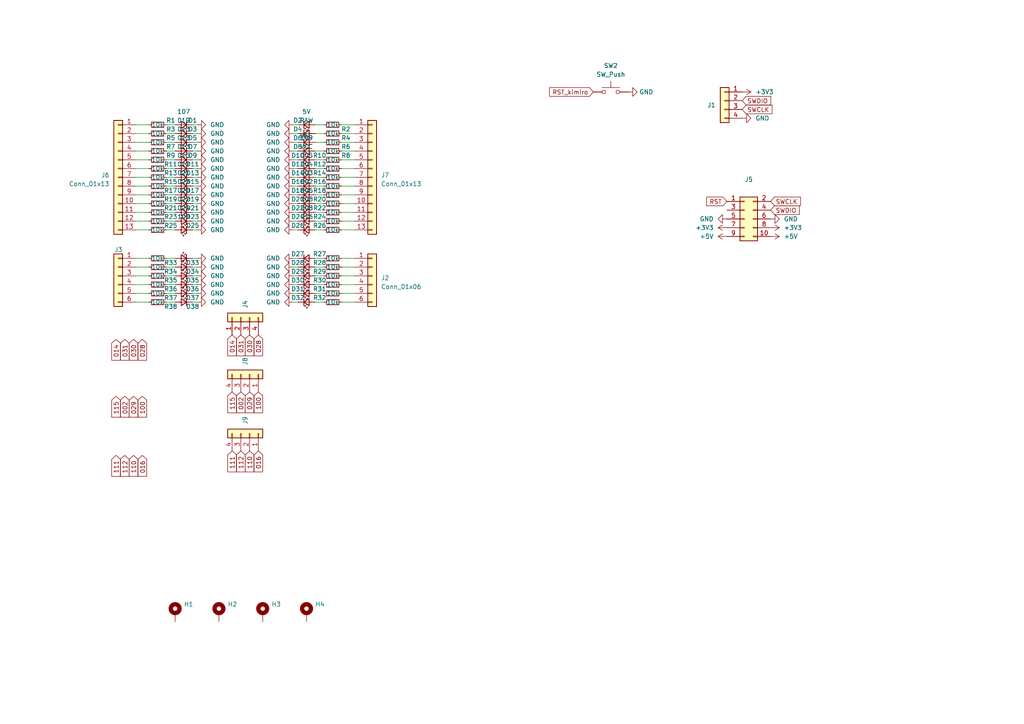
<source format=kicad_sch>
(kicad_sch (version 20230121) (generator eeschema)
  (paper "A4")
  (lib_symbols
    (symbol "Connector_Generic:Conn_01x04" (pin_names (offset 1.016) hide)
      (property "Reference" "J" (at 0 5.08 0))
      (property "Value" "Conn_01x04" (at 0 -7.62 0))
      (symbol "Conn_01x04_1_1"
        (rectangle (start -1.27 -4.953) (end 0 -5.207) (stroke (width 0.1524)))
        (rectangle (start -1.27 -2.413) (end 0 -2.667) (stroke (width 0.1524)))
        (rectangle (start -1.27 0.127) (end 0 -0.127) (stroke (width 0.1524)))
        (rectangle (start -1.27 2.667) (end 0 2.413) (stroke (width 0.1524)))
        (rectangle (start -1.27 3.81) (end 1.27 -6.35) (stroke (width 0.254)) (fill (type background)))
        (pin passive line (at -5.08 2.54 0) (length 3.81) (name "Pin_1") (number "1"))
        (pin passive line (at -5.08 0 0) (length 3.81) (name "Pin_2") (number "2"))
        (pin passive line (at -5.08 -2.54 0) (length 3.81) (name "Pin_3") (number "3"))
        (pin passive line (at -5.08 -5.08 0) (length 3.81) (name "Pin_4") (number "4"))
      )
    )
    (symbol "Connector_Generic:Conn_01x06" (pin_names (offset 1.016) hide)
      (property "Reference" "J" (at 0 7.62 0))
      (property "Value" "Conn_01x06" (at 0 -10.16 0))
      (symbol "Conn_01x06_1_1"
        (rectangle (start -1.27 -7.493) (end 0 -7.747) (stroke (width 0.1524)))
        (rectangle (start -1.27 -4.953) (end 0 -5.207) (stroke (width 0.1524)))
        (rectangle (start -1.27 -2.413) (end 0 -2.667) (stroke (width 0.1524)))
        (rectangle (start -1.27 0.127) (end 0 -0.127) (stroke (width 0.1524)))
        (rectangle (start -1.27 2.667) (end 0 2.413) (stroke (width 0.1524)))
        (rectangle (start -1.27 5.207) (end 0 4.953) (stroke (width 0.1524)))
        (rectangle (start -1.27 6.35) (end 1.27 -8.89) (stroke (width 0.254)) (fill (type background)))
        (pin passive line (at -5.08 5.08 0) (length 3.81) (name "Pin_1") (number "1"))
        (pin passive line (at -5.08 2.54 0) (length 3.81) (name "Pin_2") (number "2"))
        (pin passive line (at -5.08 0 0) (length 3.81) (name "Pin_3") (number "3"))
        (pin passive line (at -5.08 -2.54 0) (length 3.81) (name "Pin_4") (number "4"))
        (pin passive line (at -5.08 -5.08 0) (length 3.81) (name "Pin_5") (number "5"))
        (pin passive line (at -5.08 -7.62 0) (length 3.81) (name "Pin_6") (number "6"))
      )
    )
    (symbol "Connector_Generic:Conn_01x13" (pin_names (offset 1.016) hide)
      (property "Reference" "J" (at 0 17.78 0))
      (property "Value" "Conn_01x13" (at 0 -17.78 0))
      (symbol "Conn_01x13_1_1"
        (rectangle (start -1.27 -15.113) (end 0 -15.367) (stroke (width 0.1524)))
        (rectangle (start -1.27 -12.573) (end 0 -12.827) (stroke (width 0.1524)))
        (rectangle (start -1.27 -10.033) (end 0 -10.287) (stroke (width 0.1524)))
        (rectangle (start -1.27 -7.493) (end 0 -7.747) (stroke (width 0.1524)))
        (rectangle (start -1.27 -4.953) (end 0 -5.207) (stroke (width 0.1524)))
        (rectangle (start -1.27 -2.413) (end 0 -2.667) (stroke (width 0.1524)))
        (rectangle (start -1.27 0.127) (end 0 -0.127) (stroke (width 0.1524)))
        (rectangle (start -1.27 2.667) (end 0 2.413) (stroke (width 0.1524)))
        (rectangle (start -1.27 5.207) (end 0 4.953) (stroke (width 0.1524)))
        (rectangle (start -1.27 7.747) (end 0 7.493) (stroke (width 0.1524)))
        (rectangle (start -1.27 10.287) (end 0 10.033) (stroke (width 0.1524)))
        (rectangle (start -1.27 12.827) (end 0 12.573) (stroke (width 0.1524)))
        (rectangle (start -1.27 15.367) (end 0 15.113) (stroke (width 0.1524)))
        (rectangle (start -1.27 16.51) (end 1.27 -16.51) (stroke (width 0.254)) (fill (type background)))
        (pin passive line (at -5.08 15.24 0) (length 3.81) (name "Pin_1") (number "1"))
        (pin passive line (at -5.08 -7.62 0) (length 3.81) (name "Pin_10") (number "10"))
        (pin passive line (at -5.08 -10.16 0) (length 3.81) (name "Pin_11") (number "11"))
        (pin passive line (at -5.08 -12.7 0) (length 3.81) (name "Pin_12") (number "12"))
        (pin passive line (at -5.08 -15.24 0) (length 3.81) (name "Pin_13") (number "13"))
        (pin passive line (at -5.08 12.7 0) (length 3.81) (name "Pin_2") (number "2"))
        (pin passive line (at -5.08 10.16 0) (length 3.81) (name "Pin_3") (number "3"))
        (pin passive line (at -5.08 7.62 0) (length 3.81) (name "Pin_4") (number "4"))
        (pin passive line (at -5.08 5.08 0) (length 3.81) (name "Pin_5") (number "5"))
        (pin passive line (at -5.08 2.54 0) (length 3.81) (name "Pin_6") (number "6"))
        (pin passive line (at -5.08 0 0) (length 3.81) (name "Pin_7") (number "7"))
        (pin passive line (at -5.08 -2.54 0) (length 3.81) (name "Pin_8") (number "8"))
        (pin passive line (at -5.08 -5.08 0) (length 3.81) (name "Pin_9") (number "9"))
      )
    )
    (symbol "Connector_Generic:Conn_02x05_Odd_Even" (pin_names (offset 1.016) hide)
      (property "Reference" "J" (at 1.27 7.62 0))
      (property "Value" "Conn_02x05_Odd_Even" (at 1.27 -7.62 0))
      (symbol "Conn_02x05_Odd_Even_1_1"
        (rectangle (start -1.27 -4.953) (end 0 -5.207) (stroke (width 0.1524)))
        (rectangle (start -1.27 -2.413) (end 0 -2.667) (stroke (width 0.1524)))
        (rectangle (start -1.27 0.127) (end 0 -0.127) (stroke (width 0.1524)))
        (rectangle (start -1.27 2.667) (end 0 2.413) (stroke (width 0.1524)))
        (rectangle (start -1.27 5.207) (end 0 4.953) (stroke (width 0.1524)))
        (rectangle (start -1.27 6.35) (end 3.81 -6.35) (stroke (width 0.254)) (fill (type background)))
        (rectangle (start 3.81 -4.953) (end 2.54 -5.207) (stroke (width 0.1524)))
        (rectangle (start 3.81 -2.413) (end 2.54 -2.667) (stroke (width 0.1524)))
        (rectangle (start 3.81 0.127) (end 2.54 -0.127) (stroke (width 0.1524)))
        (rectangle (start 3.81 2.667) (end 2.54 2.413) (stroke (width 0.1524)))
        (rectangle (start 3.81 5.207) (end 2.54 4.953) (stroke (width 0.1524)))
        (pin passive line (at -5.08 5.08 0) (length 3.81) (name "Pin_1") (number "1"))
        (pin passive line (at 7.62 -5.08 180) (length 3.81) (name "Pin_10") (number "10"))
        (pin passive line (at 7.62 5.08 180) (length 3.81) (name "Pin_2") (number "2"))
        (pin passive line (at -5.08 2.54 0) (length 3.81) (name "Pin_3") (number "3"))
        (pin passive line (at 7.62 2.54 180) (length 3.81) (name "Pin_4") (number "4"))
        (pin passive line (at -5.08 0 0) (length 3.81) (name "Pin_5") (number "5"))
        (pin passive line (at 7.62 0 180) (length 3.81) (name "Pin_6") (number "6"))
        (pin passive line (at -5.08 -2.54 0) (length 3.81) (name "Pin_7") (number "7"))
        (pin passive line (at 7.62 -2.54 180) (length 3.81) (name "Pin_8") (number "8"))
        (pin passive line (at -5.08 -5.08 0) (length 3.81) (name "Pin_9") (number "9"))
      )
    )
    (symbol "Device:LED_Small" (pin_numbers hide) (pin_names (offset 0.254) hide)
      (property "Reference" "D" (at -1.27 3.175 0))
      (property "Value" "LED_Small" (at -4.445 -2.54 0))
      (symbol "LED_Small_0_1"
        (polyline (pts (xy -0.762 -1.016) (xy -0.762 1.016)) (stroke (width 0.254)))
        (polyline (pts (xy 1.016 0) (xy -0.762 0)))
        (polyline (pts (xy 0.762 -1.016) (xy -0.762 0) (xy 0.762 1.016) (xy 0.762 -1.016)) (stroke (width 0.254)))
        (polyline (pts (xy 0 0.762) (xy -0.508 1.27) (xy -0.254 1.27) (xy -0.508 1.27) (xy -0.508 1.016)))
        (polyline (pts (xy 0.508 1.27) (xy 0 1.778) (xy 0.254 1.778) (xy 0 1.778) (xy 0 1.524)))
      )
      (symbol "LED_Small_1_1"
        (pin passive line (at -2.54 0 0) (length 1.778) (name "K") (number "1"))
        (pin passive line (at 2.54 0 180) (length 1.778) (name "A") (number "2"))
      )
    )
    (symbol "Device:R_Small" (pin_numbers hide) (pin_names (offset 0.254) hide)
      (property "Reference" "R" (at 0.762 0.508 0))
      (property "Value" "R_Small" (at 0.762 -1.016 0))
      (symbol "R_Small_0_1"
        (rectangle (start -0.762 1.778) (end 0.762 -1.778) (stroke (width 0.2032)))
      )
      (symbol "R_Small_1_1"
        (pin passive line (at 0 2.54 270) (length 0.762) (name "~") (number "1"))
        (pin passive line (at 0 -2.54 90) (length 0.762) (name "~") (number "2"))
      )
    )
    (symbol "Mechanical:MountingHole_Pad" (pin_numbers hide) (pin_names (offset 1.016) hide)
      (property "Reference" "H" (at 0 6.35 0))
      (property "Value" "MountingHole_Pad" (at 0 4.445 0))
      (symbol "MountingHole_Pad_0_1"
        (circle (center 0 1.27) (radius 1.27) (stroke (width 1.27)))
      )
      (symbol "MountingHole_Pad_1_1"
        (pin input line (at 0 -2.54 90) (length 2.54) (name "1") (number "1"))
      )
    )
    (symbol "Switch:SW_Push" (pin_numbers hide) (pin_names (offset 1.016) hide)
      (property "Reference" "SW" (at 1.27 2.54 0))
      (property "Value" "SW_Push" (at 0 -1.524 0))
      (symbol "SW_Push_0_1"
        (circle (center -2.032 0) (radius 0.508))
        (polyline (pts (xy 0 1.27) (xy 0 3.048)))
        (polyline (pts (xy 2.54 1.27) (xy -2.54 1.27)))
        (circle (center 2.032 0) (radius 0.508))
        (pin passive line (at -5.08 0 0) (length 2.54) (name "1") (number "1"))
        (pin passive line (at 5.08 0 180) (length 2.54) (name "2") (number "2"))
      )
    )
    (symbol "power:+3.3V" (power) (pin_names (offset 0))
      (property "Value" "+3.3V" (at 0 3.556 0))
      (symbol "+3.3V_0_1"
        (polyline (pts (xy -0.762 1.27) (xy 0 2.54)))
        (polyline (pts (xy 0 0) (xy 0 2.54)))
        (polyline (pts (xy 0 2.54) (xy 0.762 1.27)))
      )
      (symbol "+3.3V_1_1"
        (pin power_in line (at 0 0 90) (length 0) hide (name "+3V3") (number "1"))
      )
    )
    (symbol "power:+5V" (power) (pin_names (offset 0))
      (property "Value" "+5V" (at 0 3.556 0))
      (symbol "+5V_0_1"
        (polyline (pts (xy -0.762 1.27) (xy 0 2.54)))
        (polyline (pts (xy 0 0) (xy 0 2.54)))
        (polyline (pts (xy 0 2.54) (xy 0.762 1.27)))
      )
      (symbol "+5V_1_1"
        (pin power_in line (at 0 0 90) (length 0) hide (name "+5V") (number "1"))
      )
    )
    (symbol "power:GND" (power) (pin_names (offset 0))
      (property "Value" "GND" (at 0 -3.81 0))
      (symbol "GND_0_1"
        (polyline (pts (xy 0 0) (xy 0 -1.27) (xy 1.27 -1.27) (xy 0 -2.54) (xy -1.27 -1.27) (xy 0 -1.27)))
      )
      (symbol "GND_1_1"
        (pin power_in line (at 0 0 270) (length 0) hide (name "GND") (number "1"))
      )
    )
  )
  (wire (pts (xy 102.87 56.515) (xy 99.06 56.515)))
  (wire (pts (xy 93.98 74.93) (xy 91.44 74.93)))
  (wire (pts (xy 85.09 51.435) (xy 86.36 51.435)))
  (wire (pts (xy 85.09 77.47) (xy 86.36 77.47)))
  (wire (pts (xy 99.06 36.195) (xy 102.87 36.195)))
  (wire (pts (xy 57.15 82.55) (xy 55.88 82.55)))
  (wire (pts (xy 57.15 61.595) (xy 55.88 61.595)))
  (wire (pts (xy 85.09 53.975) (xy 86.36 53.975)))
  (wire (pts (xy 102.87 74.93) (xy 99.06 74.93)))
  (wire (pts (xy 85.09 85.09) (xy 86.36 85.09)))
  (wire (pts (xy 48.26 82.55) (xy 50.8 82.55)))
  (wire (pts (xy 57.15 56.515) (xy 55.88 56.515)))
  (wire (pts (xy 39.37 61.595) (xy 43.18 61.595)))
  (wire (pts (xy 57.15 53.975) (xy 55.88 53.975)))
  (wire (pts (xy 93.98 59.055) (xy 91.44 59.055)))
  (wire (pts (xy 57.15 36.195) (xy 55.88 36.195)))
  (wire (pts (xy 48.26 59.055) (xy 50.8 59.055)))
  (wire (pts (xy 39.37 38.735) (xy 43.18 38.735)))
  (wire (pts (xy 57.15 87.63) (xy 55.88 87.63)))
  (wire (pts (xy 39.37 36.195) (xy 43.18 36.195)))
  (wire (pts (xy 48.26 66.675) (xy 50.8 66.675)))
  (wire (pts (xy 57.15 74.93) (xy 55.88 74.93)))
  (wire (pts (xy 39.37 87.63) (xy 43.18 87.63)))
  (wire (pts (xy 48.26 85.09) (xy 50.8 85.09)))
  (wire (pts (xy 102.87 61.595) (xy 99.06 61.595)))
  (wire (pts (xy 39.37 85.09) (xy 43.18 85.09)))
  (wire (pts (xy 39.37 41.275) (xy 43.18 41.275)))
  (wire (pts (xy 102.87 53.975) (xy 99.06 53.975)))
  (wire (pts (xy 85.09 43.815) (xy 86.36 43.815)))
  (wire (pts (xy 91.44 38.735) (xy 93.98 38.735)))
  (wire (pts (xy 57.15 80.01) (xy 55.88 80.01)))
  (wire (pts (xy 48.26 56.515) (xy 50.8 56.515)))
  (wire (pts (xy 48.26 36.195) (xy 50.8 36.195)))
  (wire (pts (xy 93.98 56.515) (xy 91.44 56.515)))
  (wire (pts (xy 91.44 43.815) (xy 93.98 43.815)))
  (wire (pts (xy 85.09 61.595) (xy 86.36 61.595)))
  (wire (pts (xy 93.98 82.55) (xy 91.44 82.55)))
  (wire (pts (xy 85.09 82.55) (xy 86.36 82.55)))
  (wire (pts (xy 93.98 64.135) (xy 91.44 64.135)))
  (wire (pts (xy 39.37 82.55) (xy 43.18 82.55)))
  (wire (pts (xy 93.98 53.975) (xy 91.44 53.975)))
  (wire (pts (xy 85.09 46.355) (xy 86.36 46.355)))
  (wire (pts (xy 39.37 51.435) (xy 43.18 51.435)))
  (wire (pts (xy 85.09 41.275) (xy 86.36 41.275)))
  (wire (pts (xy 48.26 87.63) (xy 50.8 87.63)))
  (wire (pts (xy 39.37 46.355) (xy 43.18 46.355)))
  (wire (pts (xy 102.87 59.055) (xy 99.06 59.055)))
  (wire (pts (xy 93.98 46.355) (xy 91.44 46.355)))
  (wire (pts (xy 57.15 46.355) (xy 55.88 46.355)))
  (wire (pts (xy 85.09 38.735) (xy 86.36 38.735)))
  (wire (pts (xy 85.09 66.675) (xy 86.36 66.675)))
  (wire (pts (xy 48.26 48.895) (xy 50.8 48.895)))
  (wire (pts (xy 39.37 56.515) (xy 43.18 56.515)))
  (wire (pts (xy 93.98 77.47) (xy 91.44 77.47)))
  (wire (pts (xy 57.15 48.895) (xy 55.88 48.895)))
  (wire (pts (xy 93.98 66.675) (xy 91.44 66.675)))
  (wire (pts (xy 48.26 43.815) (xy 50.8 43.815)))
  (wire (pts (xy 48.26 38.735) (xy 50.8 38.735)))
  (wire (pts (xy 99.06 43.815) (xy 102.87 43.815)))
  (wire (pts (xy 39.37 80.01) (xy 43.18 80.01)))
  (wire (pts (xy 57.15 51.435) (xy 55.88 51.435)))
  (wire (pts (xy 102.87 77.47) (xy 99.06 77.47)))
  (wire (pts (xy 91.44 36.195) (xy 93.98 36.195)))
  (wire (pts (xy 91.44 41.275) (xy 93.98 41.275)))
  (wire (pts (xy 99.06 38.735) (xy 102.87 38.735)))
  (wire (pts (xy 85.09 48.895) (xy 86.36 48.895)))
  (wire (pts (xy 57.15 85.09) (xy 55.88 85.09)))
  (wire (pts (xy 102.87 51.435) (xy 99.06 51.435)))
  (wire (pts (xy 102.87 80.01) (xy 99.06 80.01)))
  (wire (pts (xy 85.09 59.055) (xy 86.36 59.055)))
  (wire (pts (xy 99.06 41.275) (xy 102.87 41.275)))
  (wire (pts (xy 85.09 87.63) (xy 86.36 87.63)))
  (wire (pts (xy 85.09 36.195) (xy 86.36 36.195)))
  (wire (pts (xy 85.09 80.01) (xy 86.36 80.01)))
  (wire (pts (xy 48.26 53.975) (xy 50.8 53.975)))
  (wire (pts (xy 48.26 61.595) (xy 50.8 61.595)))
  (wire (pts (xy 57.15 38.735) (xy 55.88 38.735)))
  (wire (pts (xy 102.87 87.63) (xy 99.06 87.63)))
  (wire (pts (xy 48.26 64.135) (xy 50.8 64.135)))
  (wire (pts (xy 48.26 80.01) (xy 50.8 80.01)))
  (wire (pts (xy 57.15 59.055) (xy 55.88 59.055)))
  (wire (pts (xy 57.15 43.815) (xy 55.88 43.815)))
  (wire (pts (xy 93.98 51.435) (xy 91.44 51.435)))
  (wire (pts (xy 57.15 64.135) (xy 55.88 64.135)))
  (wire (pts (xy 39.37 66.675) (xy 43.18 66.675)))
  (wire (pts (xy 39.37 53.975) (xy 43.18 53.975)))
  (wire (pts (xy 93.98 48.895) (xy 91.44 48.895)))
  (wire (pts (xy 102.87 48.895) (xy 99.06 48.895)))
  (wire (pts (xy 93.98 85.09) (xy 91.44 85.09)))
  (wire (pts (xy 48.26 46.355) (xy 50.8 46.355)))
  (wire (pts (xy 57.15 66.675) (xy 55.88 66.675)))
  (wire (pts (xy 39.37 59.055) (xy 43.18 59.055)))
  (wire (pts (xy 57.15 77.47) (xy 55.88 77.47)))
  (wire (pts (xy 39.37 74.93) (xy 43.18 74.93)))
  (wire (pts (xy 57.15 41.275) (xy 55.88 41.275)))
  (wire (pts (xy 39.37 77.47) (xy 43.18 77.47)))
  (wire (pts (xy 93.98 80.01) (xy 91.44 80.01)))
  (wire (pts (xy 93.98 87.63) (xy 91.44 87.63)))
  (wire (pts (xy 102.87 85.09) (xy 99.06 85.09)))
  (wire (pts (xy 85.09 56.515) (xy 86.36 56.515)))
  (wire (pts (xy 102.87 46.355) (xy 99.06 46.355)))
  (wire (pts (xy 39.37 64.135) (xy 43.18 64.135)))
  (wire (pts (xy 85.09 74.93) (xy 86.36 74.93)))
  (wire (pts (xy 102.87 64.135) (xy 99.06 64.135)))
  (wire (pts (xy 48.26 77.47) (xy 50.8 77.47)))
  (wire (pts (xy 102.87 82.55) (xy 99.06 82.55)))
  (wire (pts (xy 48.26 74.93) (xy 50.8 74.93)))
  (wire (pts (xy 102.87 66.675) (xy 99.06 66.675)))
  (wire (pts (xy 39.37 43.815) (xy 43.18 43.815)))
  (wire (pts (xy 48.26 41.275) (xy 50.8 41.275)))
  (wire (pts (xy 85.09 64.135) (xy 86.36 64.135)))
  (wire (pts (xy 48.26 51.435) (xy 50.8 51.435)))
  (wire (pts (xy 39.37 48.895) (xy 43.18 48.895)))
  (wire (pts (xy 93.98 61.595) (xy 91.44 61.595)))
  (global_label "002" (shape input) (at 69.85 113.665 270) (property "Intersheetrefs" "${INTERSHEET_REFS}" (effects hide)))
  (global_label "028" (shape input) (at 74.93 97.155 270) (property "Intersheetrefs" "${INTERSHEET_REFS}" (effects hide)))
  (global_label "RST" (shape input) (at 210.82 58.42 180) (property "Intersheetrefs" "${INTERSHEET_REFS}" (effects hide)))
  (global_label "028" (shape input) (at 41.275 98.425 270) (property "Intersheetrefs" "${INTERSHEET_REFS}" (effects hide)))
  (global_label "SWCLK" (shape input) (at 223.52 58.42 0) (property "Intersheetrefs" "${INTERSHEET_REFS}" (effects hide)))
  (global_label "014" (shape input) (at 67.31 97.155 270) (property "Intersheetrefs" "${INTERSHEET_REFS}" (effects hide)))
  (global_label "030" (shape input) (at 72.39 97.155 270) (property "Intersheetrefs" "${INTERSHEET_REFS}" (effects hide)))
  (global_label "014" (shape input) (at 33.655 98.425 270) (property "Intersheetrefs" "${INTERSHEET_REFS}" (effects hide)))
  (global_label "110" (shape input) (at 72.39 130.81 270) (property "Intersheetrefs" "${INTERSHEET_REFS}" (effects hide)))
  (global_label "002" (shape input) (at 36.195 114.935 270) (property "Intersheetrefs" "${INTERSHEET_REFS}" (effects hide)))
  (global_label "SWDIO" (shape input) (at 215.265 29.21 0) (property "Intersheetrefs" "${INTERSHEET_REFS}" (effects hide)))
  (global_label "110" (shape input) (at 38.735 132.08 270) (property "Intersheetrefs" "${INTERSHEET_REFS}" (effects hide)))
  (global_label "SWCLK" (shape input) (at 215.265 31.75 0) (property "Intersheetrefs" "${INTERSHEET_REFS}" (effects hide)))
  (global_label "RST_kimiro" (shape input) (at 172.085 26.67 180) (property "Intersheetrefs" "${INTERSHEET_REFS}" (effects hide)))
  (global_label "111" (shape input) (at 67.31 130.81 270) (property "Intersheetrefs" "${INTERSHEET_REFS}" (effects hide)))
  (global_label "016" (shape input) (at 41.275 132.08 270) (property "Intersheetrefs" "${INTERSHEET_REFS}" (effects hide)))
  (global_label "SWDIO" (shape input) (at 223.52 60.96 0) (property "Intersheetrefs" "${INTERSHEET_REFS}" (effects hide)))
  (global_label "115" (shape input) (at 33.655 114.935 270) (property "Intersheetrefs" "${INTERSHEET_REFS}" (effects hide)))
  (global_label "031" (shape input) (at 36.195 98.425 270) (property "Intersheetrefs" "${INTERSHEET_REFS}" (effects hide)))
  (global_label "111" (shape input) (at 33.655 132.08 270) (property "Intersheetrefs" "${INTERSHEET_REFS}" (effects hide)))
  (global_label "100" (shape input) (at 41.275 114.935 270) (property "Intersheetrefs" "${INTERSHEET_REFS}" (effects hide)))
  (global_label "031" (shape input) (at 69.85 97.155 270) (property "Intersheetrefs" "${INTERSHEET_REFS}" (effects hide)))
  (global_label "115" (shape input) (at 67.31 113.665 270) (property "Intersheetrefs" "${INTERSHEET_REFS}" (effects hide)))
  (global_label "112" (shape input) (at 69.85 130.81 270) (property "Intersheetrefs" "${INTERSHEET_REFS}" (effects hide)))
  (global_label "016" (shape input) (at 74.93 130.81 270) (property "Intersheetrefs" "${INTERSHEET_REFS}" (effects hide)))
  (global_label "100" (shape input) (at 74.93 113.665 270) (property "Intersheetrefs" "${INTERSHEET_REFS}" (effects hide)))
  (global_label "030" (shape input) (at 38.735 98.425 270) (property "Intersheetrefs" "${INTERSHEET_REFS}" (effects hide)))
  (global_label "029" (shape input) (at 72.39 113.665 270) (property "Intersheetrefs" "${INTERSHEET_REFS}" (effects hide)))
  (global_label "029" (shape input) (at 38.735 114.935 270) (property "Intersheetrefs" "${INTERSHEET_REFS}" (effects hide)))
  (global_label "112" (shape input) (at 36.195 132.08 270) (property "Intersheetrefs" "${INTERSHEET_REFS}" (effects hide)))
  (symbol (lib_id "Device:R_Small") (at 96.52 66.675 270) (mirror x) (unit 1)
    (property "Reference" "R26" (at 92.71 65.405 90))
    (property "Value" "10k" (at 96.52 66.675 90))
    (property "Footprint" "Library:R_0603_1608Metric_Pad0.98x0.95mm_HandSolder" (effects hide))
  )
  (symbol (lib_id "Device:R_Small") (at 45.72 38.735 90) (unit 1)
    (property "Reference" "R3" (at 49.53 37.465 90))
    (property "Value" "10k" (at 45.72 38.735 90))
    (property "Footprint" "Library:R_0603_1608Metric_Pad0.98x0.95mm_HandSolder" (effects hide))
  )
  (symbol (lib_id "Device:R_Small") (at 96.52 41.275 90) (mirror x) (unit 1)
    (property "Reference" "R6" (at 100.33 42.545 90))
    (property "Value" "10k" (at 96.52 41.275 90))
    (property "Footprint" "Library:R_0603_1608Metric_Pad0.98x0.95mm_HandSolder" (effects hide))
  )
  (symbol (lib_id "power:GND") (at 57.15 77.47 90) (mirror x) (unit 1)
    (property "Reference" "#PWR042" (effects hide))
    (property "Value" "GND" (at 60.96 77.4701 90) (effects (justify right)))
  )
  (symbol (lib_id "power:GND") (at 57.15 66.675 90) (unit 1)
    (property "Reference" "#PWR033" (effects hide))
    (property "Value" "GND" (at 60.96 66.6749 90) (effects (justify right)))
  )
  (symbol (lib_id "Device:R_Small") (at 96.52 48.895 270) (mirror x) (unit 1)
    (property "Reference" "R12" (at 92.71 47.625 90))
    (property "Value" "10k" (at 96.52 48.895 90))
    (property "Footprint" "Library:R_0603_1608Metric_Pad0.98x0.95mm_HandSolder" (effects hide))
  )
  (symbol (lib_id "Connector_Generic:Conn_01x04") (at 72.39 125.73 270) (mirror x) (unit 1)
    (property "Reference" "J9" (at 71.12 121.92 0))
    (property "Value" " " (at 78.74 125.73 0))
    (property "Footprint" "Library:PinHeader_1x04_P2.54mm_Vertical_P75-B1" (effects hide))
  )
  (symbol (lib_id "power:GND") (at 57.15 43.815 90) (unit 1)
    (property "Reference" "#PWR010" (effects hide))
    (property "Value" "GND" (at 60.96 43.8149 90) (effects (justify right)))
  )
  (symbol (lib_id "Device:LED_Small") (at 88.9 66.675 0) (mirror x) (unit 1)
    (property "Reference" "D26" (at 86.36 65.405 0))
    (property "Value" "016" (at 88.9635 62.865 0))
    (property "Footprint" "Library:LED_0603_1608Metric_Pad1.05x0.95mm_HandSolder" (effects hide))
  )
  (symbol (lib_id "power:GND") (at 85.09 74.93 270) (mirror x) (unit 1)
    (property "Reference" "#PWR02" (effects hide))
    (property "Value" "GND" (at 81.28 74.9299 90) (effects (justify right)))
  )
  (symbol (lib_id "power:GND") (at 85.09 66.675 270) (mirror x) (unit 1)
    (property "Reference" "#PWR034" (effects hide))
    (property "Value" "GND" (at 81.28 66.6749 90) (effects (justify right)))
  )
  (symbol (lib_id "Device:R_Small") (at 45.72 41.275 90) (unit 1)
    (property "Reference" "R5" (at 49.53 40.005 90))
    (property "Value" "10k" (at 45.72 41.275 90))
    (property "Footprint" "Library:R_0603_1608Metric_Pad0.98x0.95mm_HandSolder" (effects hide))
  )
  (symbol (lib_id "Device:LED_Small") (at 53.34 80.01 0) (mirror y) (unit 1)
    (property "Reference" "D35" (at 55.88 81.28 0))
    (property "Value" " " (at 53.2765 83.82 0))
    (property "Footprint" "Library:LED_0603_1608Metric_Pad1.05x0.95mm_HandSolder" (effects hide))
  )
  (symbol (lib_id "Device:R_Small") (at 96.52 61.595 270) (mirror x) (unit 1)
    (property "Reference" "R22" (at 92.71 60.325 90))
    (property "Value" "10k" (at 96.52 61.595 90))
    (property "Footprint" "Library:R_0603_1608Metric_Pad0.98x0.95mm_HandSolder" (effects hide))
  )
  (symbol (lib_id "power:GND") (at 57.15 61.595 90) (unit 1)
    (property "Reference" "#PWR025" (effects hide))
    (property "Value" "GND" (at 60.96 61.5949 90) (effects (justify right)))
  )
  (symbol (lib_id "Mechanical:MountingHole_Pad") (at 88.9 177.8 0) (unit 1)
    (property "Reference" "H4" (at 91.44 175.2599 0) (effects (justify left)))
    (property "Value" " " (at 91.44 177.7999 0) (effects (justify left)))
    (property "Footprint" "MountingHole:MountingHole_3.2mm_M3_Pad_Via" (effects hide))
  )
  (symbol (lib_id "Device:R_Small") (at 45.72 64.135 90) (unit 1)
    (property "Reference" "R23" (at 49.53 62.865 90))
    (property "Value" "10k" (at 45.72 64.135 90))
    (property "Footprint" "Library:R_0603_1608Metric_Pad0.98x0.95mm_HandSolder" (effects hide))
  )
  (symbol (lib_id "Device:R_Small") (at 45.72 85.09 90) (mirror x) (unit 1)
    (property "Reference" "R37" (at 49.53 86.36 90))
    (property "Value" "10k" (at 45.72 85.09 90))
    (property "Footprint" "Library:R_0603_1608Metric_Pad0.98x0.95mm_HandSolder" (effects hide))
  )
  (symbol (lib_id "Device:LED_Small") (at 88.9 59.055 0) (mirror x) (unit 1)
    (property "Reference" "D20" (at 86.36 57.785 0))
    (property "Value" "006" (at 88.9635 55.245 0))
    (property "Footprint" "Library:LED_0603_1608Metric_Pad1.05x0.95mm_HandSolder" (effects hide))
  )
  (symbol (lib_id "power:GND") (at 85.09 82.55 270) (mirror x) (unit 1)
    (property "Reference" "#PWR038" (effects hide))
    (property "Value" "GND" (at 81.28 82.5499 90) (effects (justify right)))
  )
  (symbol (lib_id "Device:LED_Small") (at 88.9 48.895 0) (mirror x) (unit 1)
    (property "Reference" "D12" (at 86.36 47.625 0))
    (property "Value" "005" (at 88.9 45.085 0))
    (property "Footprint" "Library:LED_0603_1608Metric_Pad1.05x0.95mm_HandSolder" (effects hide))
  )
  (symbol (lib_id "Device:R_Small") (at 96.52 64.135 270) (mirror x) (unit 1)
    (property "Reference" "R24" (at 92.71 62.865 90))
    (property "Value" "10k" (at 96.52 64.135 90))
    (property "Footprint" "Library:R_0603_1608Metric_Pad0.98x0.95mm_HandSolder" (effects hide))
  )
  (symbol (lib_id "power:GND") (at 57.15 74.93 90) (mirror x) (unit 1)
    (property "Reference" "#PWR041" (effects hide))
    (property "Value" "GND" (at 60.96 74.9301 90) (effects (justify right)))
  )
  (symbol (lib_id "Device:R_Small") (at 96.52 51.435 270) (mirror x) (unit 1)
    (property "Reference" "R14" (at 92.71 50.165 90))
    (property "Value" "10k" (at 96.52 51.435 90))
    (property "Footprint" "Library:R_0603_1608Metric_Pad0.98x0.95mm_HandSolder" (effects hide))
  )
  (symbol (lib_id "Device:R_Small") (at 45.72 80.01 90) (mirror x) (unit 1)
    (property "Reference" "R35" (at 49.53 81.28 90))
    (property "Value" "10k" (at 45.72 80.01 90))
    (property "Footprint" "Library:R_0603_1608Metric_Pad0.98x0.95mm_HandSolder" (effects hide))
  )
  (symbol (lib_id "power:+5V") (at 223.52 68.58 270) (unit 1)
    (property "Reference" "#PWR036" (effects hide))
    (property "Value" "+5V" (at 227.33 68.5799 90) (effects (justify left)))
  )
  (symbol (lib_id "Device:LED_Small") (at 88.9 38.735 0) (mirror x) (unit 1)
    (property "Reference" "D4" (at 86.36 37.465 0))
    (property "Value" "RAW" (at 88.9 34.925 0))
    (property "Footprint" "Library:LED_0603_1608Metric_Pad1.05x0.95mm_HandSolder" (effects hide))
  )
  (symbol (lib_id "power:GND") (at 85.09 46.355 270) (mirror x) (unit 1)
    (property "Reference" "#PWR013" (effects hide))
    (property "Value" "GND" (at 81.28 46.3549 90) (effects (justify right)))
  )
  (symbol (lib_id "Device:R_Small") (at 45.72 56.515 90) (unit 1)
    (property "Reference" "R17" (at 49.53 55.245 90))
    (property "Value" "10k" (at 45.72 56.515 90))
    (property "Footprint" "Library:R_0603_1608Metric_Pad0.98x0.95mm_HandSolder" (effects hide))
  )
  (symbol (lib_id "Connector_Generic:Conn_01x13") (at 107.95 51.435 0) (unit 1)
    (property "Reference" "J7" (at 110.49 50.8 0) (effects (justify left)))
    (property "Value" "Conn_01x13" (at 110.49 53.34 0) (effects (justify left)))
    (property "Footprint" "Library:PinHeader_1x13_P2.54mm_Vertical" (effects hide))
  )
  (symbol (lib_id "power:GND") (at 57.15 48.895 90) (unit 1)
    (property "Reference" "#PWR014" (effects hide))
    (property "Value" "GND" (at 60.96 48.8949 90) (effects (justify right)))
  )
  (symbol (lib_id "Connector_Generic:Conn_01x06") (at 107.95 80.01 0) (unit 1)
    (property "Reference" "J2" (at 110.49 80.645 0) (effects (justify left)))
    (property "Value" "Conn_01x06" (at 110.49 83.185 0) (effects (justify left)))
    (property "Footprint" "Library:PinHeader_1x06_P2.54mm_Vertical" (effects hide))
  )
  (symbol (lib_id "Device:LED_Small") (at 53.34 53.975 180) (unit 1)
    (property "Reference" "D15" (at 55.88 52.705 0))
    (property "Value" "021" (at 53.2765 50.165 0))
    (property "Footprint" "Library:LED_0603_1608Metric_Pad1.05x0.95mm_HandSolder" (effects hide))
  )
  (symbol (lib_id "power:GND") (at 85.09 48.895 270) (mirror x) (unit 1)
    (property "Reference" "#PWR015" (effects hide))
    (property "Value" "GND" (at 81.28 48.8949 90) (effects (justify right)))
  )
  (symbol (lib_id "Device:R_Small") (at 96.52 82.55 270) (mirror x) (unit 1)
    (property "Reference" "R30" (at 92.71 81.28 90))
    (property "Value" "10k" (at 96.52 82.55 90))
    (property "Footprint" "Library:R_0603_1608Metric_Pad0.98x0.95mm_HandSolder" (effects hide))
  )
  (symbol (lib_id "power:GND") (at 223.52 63.5 90) (unit 1)
    (property "Reference" "#PWR028" (effects hide))
    (property "Value" "GND" (at 227.33 63.4999 90) (effects (justify right)))
  )
  (symbol (lib_id "Device:R_Small") (at 45.72 59.055 90) (unit 1)
    (property "Reference" "R19" (at 49.53 57.785 90))
    (property "Value" "10k" (at 45.72 59.055 90))
    (property "Footprint" "Library:R_0603_1608Metric_Pad0.98x0.95mm_HandSolder" (effects hide))
  )
  (symbol (lib_id "Device:LED_Small") (at 53.34 56.515 180) (unit 1)
    (property "Reference" "D17" (at 55.88 55.245 0))
    (property "Value" "023" (at 53.2765 52.705 0))
    (property "Footprint" "Library:LED_0603_1608Metric_Pad1.05x0.95mm_HandSolder" (effects hide))
  )
  (symbol (lib_id "Device:LED_Small") (at 88.9 61.595 0) (mirror x) (unit 1)
    (property "Reference" "D22" (at 86.36 60.325 0))
    (property "Value" "108" (at 88.9635 57.785 0))
    (property "Footprint" "Library:LED_0603_1608Metric_Pad1.05x0.95mm_HandSolder" (effects hide))
  )
  (symbol (lib_id "power:GND") (at 57.15 85.09 90) (mirror x) (unit 1)
    (property "Reference" "#PWR045" (effects hide))
    (property "Value" "GND" (at 60.96 85.0901 90) (effects (justify right)))
  )
  (symbol (lib_id "Device:R_Small") (at 96.52 38.735 90) (mirror x) (unit 1)
    (property "Reference" "R4" (at 100.33 40.005 90))
    (property "Value" "10k" (at 96.52 38.735 90))
    (property "Footprint" "Library:R_0603_1608Metric_Pad0.98x0.95mm_HandSolder" (effects hide))
  )
  (symbol (lib_id "Device:LED_Small") (at 53.34 87.63 0) (mirror y) (unit 1)
    (property "Reference" "D38" (at 55.88 88.9 0))
    (property "Value" " " (at 53.2765 91.44 0))
    (property "Footprint" "Library:LED_0603_1608Metric_Pad1.05x0.95mm_HandSolder" (effects hide))
  )
  (symbol (lib_id "power:GND") (at 57.15 64.135 90) (unit 1)
    (property "Reference" "#PWR029" (effects hide))
    (property "Value" "GND" (at 60.96 64.1349 90) (effects (justify right)))
  )
  (symbol (lib_id "power:GND") (at 85.09 59.055 270) (mirror x) (unit 1)
    (property "Reference" "#PWR024" (effects hide))
    (property "Value" "GND" (at 81.28 59.0549 90) (effects (justify right)))
  )
  (symbol (lib_id "power:GND") (at 85.09 36.195 270) (unit 1)
    (property "Reference" "#PWR05" (effects hide))
    (property "Value" "GND" (at 81.28 36.1951 90) (effects (justify right)))
  )
  (symbol (lib_id "Device:R_Small") (at 96.52 80.01 270) (mirror x) (unit 1)
    (property "Reference" "R29" (at 92.71 78.74 90))
    (property "Value" "10k" (at 96.52 80.01 90))
    (property "Footprint" "Library:R_0603_1608Metric_Pad0.98x0.95mm_HandSolder" (effects hide))
  )
  (symbol (lib_id "power:GND") (at 57.15 41.275 90) (unit 1)
    (property "Reference" "#PWR08" (effects hide))
    (property "Value" "GND" (at 60.96 41.2749 90) (effects (justify right)))
  )
  (symbol (lib_id "power:GND") (at 57.15 82.55 90) (mirror x) (unit 1)
    (property "Reference" "#PWR044" (effects hide))
    (property "Value" "GND" (at 60.96 82.5501 90) (effects (justify right)))
  )
  (symbol (lib_id "power:GND") (at 85.09 64.135 270) (mirror x) (unit 1)
    (property "Reference" "#PWR030" (effects hide))
    (property "Value" "GND" (at 81.28 64.1349 90) (effects (justify right)))
  )
  (symbol (lib_id "power:GND") (at 85.09 51.435 270) (mirror x) (unit 1)
    (property "Reference" "#PWR017" (effects hide))
    (property "Value" "GND" (at 81.28 51.4349 90) (effects (justify right)))
  )
  (symbol (lib_id "power:+3.3V") (at 223.52 66.04 270) (unit 1)
    (property "Reference" "#PWR032" (effects hide))
    (property "Value" "+3.3V" (at 227.33 66.0399 90) (effects (justify left)))
  )
  (symbol (lib_id "Connector_Generic:Conn_01x06") (at 34.29 80.01 0) (mirror y) (unit 1)
    (property "Reference" "J3" (at 35.56 72.39 0) (effects (justify left)))
    (property "Value" " " (at 24.13 82.55 0) (effects (justify left)))
    (property "Footprint" "Library:PinHeader_1x06_P2.54mm_Vertical" (effects hide))
  )
  (symbol (lib_id "Device:LED_Small") (at 88.9 82.55 0) (mirror x) (unit 1)
    (property "Reference" "D30" (at 86.36 81.28 0))
    (property "Value" " " (at 88.9635 78.74 0))
    (property "Footprint" "Library:LED_0603_1608Metric_Pad1.05x0.95mm_HandSolder" (effects hide))
  )
  (symbol (lib_id "Device:R_Small") (at 96.52 74.93 270) (mirror x) (unit 1)
    (property "Reference" "R27" (at 92.71 73.66 90))
    (property "Value" "10k" (at 96.52 74.93 90))
    (property "Footprint" "Library:R_0603_1608Metric_Pad0.98x0.95mm_HandSolder" (effects hide))
  )
  (symbol (lib_id "Device:R_Small") (at 96.52 59.055 270) (mirror x) (unit 1)
    (property "Reference" "R20" (at 92.71 57.785 90))
    (property "Value" "10k" (at 96.52 59.055 90))
    (property "Footprint" "Library:R_0603_1608Metric_Pad0.98x0.95mm_HandSolder" (effects hide))
  )
  (symbol (lib_id "Mechanical:MountingHole_Pad") (at 50.8 177.8 0) (unit 1)
    (property "Reference" "H1" (at 53.34 175.2599 0) (effects (justify left)))
    (property "Value" " " (at 53.34 177.7999 0) (effects (justify left)))
    (property "Footprint" "MountingHole:MountingHole_3.2mm_M3_Pad_Via" (effects hide))
  )
  (symbol (lib_id "Device:R_Small") (at 45.72 36.195 90) (unit 1)
    (property "Reference" "R1" (at 49.53 34.925 90))
    (property "Value" "10k" (at 45.72 36.195 90))
    (property "Footprint" "Library:R_0603_1608Metric_Pad0.98x0.95mm_HandSolder" (effects hide))
  )
  (symbol (lib_id "Connector_Generic:Conn_02x05_Odd_Even") (at 215.9 63.5 0) (unit 1)
    (property "Reference" "J5" (at 217.17 52.07 0))
    (property "Value" " " (at 217.17 54.61 0))
    (property "Footprint" "Connector_IDC:IDC-Header_2x05_P2.54mm_Horizontal" (effects hide))
  )
  (symbol (lib_id "Device:LED_Small") (at 88.9 36.195 0) (mirror x) (unit 1)
    (property "Reference" "D2" (at 86.36 34.925 0))
    (property "Value" "5V" (at 88.9 32.385 0))
    (property "Footprint" "Library:LED_0603_1608Metric_Pad1.05x0.95mm_HandSolder" (effects hide))
  )
  (symbol (lib_id "Switch:SW_Push") (at 177.165 26.67 0) (unit 1)
    (property "Reference" "SW2" (at 177.165 19.05 0))
    (property "Value" "SW_Push" (at 177.165 21.59 0))
    (property "Footprint" "Button_Switch_SMD:SW_SPST_TL3342" (effects hide))
  )
  (symbol (lib_id "Device:R_Small") (at 45.72 43.815 90) (unit 1)
    (property "Reference" "R7" (at 49.53 42.545 90))
    (property "Value" "10k" (at 45.72 43.815 90))
    (property "Footprint" "Library:R_0603_1608Metric_Pad0.98x0.95mm_HandSolder" (effects hide))
  )
  (symbol (lib_id "power:GND") (at 85.09 38.735 270) (unit 1)
    (property "Reference" "#PWR07" (effects hide))
    (property "Value" "GND" (at 81.28 38.7351 90) (effects (justify right)))
  )
  (symbol (lib_id "Device:R_Small") (at 45.72 48.895 90) (unit 1)
    (property "Reference" "R11" (at 49.53 47.625 90))
    (property "Value" "10k" (at 45.72 48.895 90))
    (property "Footprint" "Library:R_0603_1608Metric_Pad0.98x0.95mm_HandSolder" (effects hide))
  )
  (symbol (lib_id "Connector_Generic:Conn_01x04") (at 72.39 108.585 270) (mirror x) (unit 1)
    (property "Reference" "J8" (at 71.12 104.775 0))
    (property "Value" " " (at 78.74 108.585 0))
    (property "Footprint" "Library:PinHeader_1x04_P2.54mm_Vertical_P75-B1" (effects hide))
  )
  (symbol (lib_id "Device:R_Small") (at 96.52 46.355 270) (mirror x) (unit 1)
    (property "Reference" "R10" (at 92.71 45.085 90))
    (property "Value" "10k" (at 96.52 46.355 90))
    (property "Footprint" "Library:R_0603_1608Metric_Pad0.98x0.95mm_HandSolder" (effects hide))
  )
  (symbol (lib_id "power:GND") (at 57.15 36.195 90) (unit 1)
    (property "Reference" "#PWR04" (effects hide))
    (property "Value" "GND" (at 60.96 36.1949 90) (effects (justify right)))
  )
  (symbol (lib_id "Mechanical:MountingHole_Pad") (at 63.5 177.8 0) (unit 1)
    (property "Reference" "H2" (at 66.04 175.2599 0) (effects (justify left)))
    (property "Value" " " (at 66.04 177.7999 0) (effects (justify left)))
    (property "Footprint" "MountingHole:MountingHole_3.2mm_M3_Pad_Via" (effects hide))
  )
  (symbol (lib_id "Device:R_Small") (at 96.52 36.195 90) (mirror x) (unit 1)
    (property "Reference" "R2" (at 100.33 37.465 90))
    (property "Value" "10k" (at 96.52 36.195 90))
    (property "Footprint" "Library:R_0603_1608Metric_Pad0.98x0.95mm_HandSolder" (effects hide))
  )
  (symbol (lib_id "Device:LED_Small") (at 88.9 46.355 0) (mirror x) (unit 1)
    (property "Reference" "D10" (at 86.36 45.085 0))
    (property "Value" "VCC" (at 88.9 42.545 0))
    (property "Footprint" "Library:LED_0603_1608Metric_Pad1.05x0.95mm_HandSolder" (effects hide))
  )
  (symbol (lib_id "Device:R_Small") (at 96.52 43.815 90) (mirror x) (unit 1)
    (property "Reference" "R8" (at 100.33 45.085 90))
    (property "Value" "10k" (at 96.52 43.815 90))
    (property "Footprint" "Library:R_0603_1608Metric_Pad0.98x0.95mm_HandSolder" (effects hide))
  )
  (symbol (lib_id "Device:LED_Small") (at 88.9 80.01 0) (mirror x) (unit 1)
    (property "Reference" "D29" (at 86.36 78.74 0))
    (property "Value" " " (at 88.9635 76.2 0))
    (property "Footprint" "Library:LED_0603_1608Metric_Pad1.05x0.95mm_HandSolder" (effects hide))
  )
  (symbol (lib_id "power:GND") (at 57.15 87.63 90) (mirror x) (unit 1)
    (property "Reference" "#PWR046" (effects hide))
    (property "Value" "GND" (at 60.96 87.6301 90) (effects (justify right)))
  )
  (symbol (lib_id "Device:LED_Small") (at 53.34 48.895 180) (unit 1)
    (property "Reference" "D11" (at 55.88 47.625 0))
    (property "Value" "015" (at 53.2765 45.085 0))
    (property "Footprint" "Library:LED_0603_1608Metric_Pad1.05x0.95mm_HandSolder" (effects hide))
  )
  (symbol (lib_id "Device:LED_Small") (at 53.34 85.09 0) (mirror y) (unit 1)
    (property "Reference" "D37" (at 55.88 86.36 0))
    (property "Value" " " (at 53.2765 88.9 0))
    (property "Footprint" "Library:LED_0603_1608Metric_Pad1.05x0.95mm_HandSolder" (effects hide))
  )
  (symbol (lib_id "power:GND") (at 57.15 51.435 90) (unit 1)
    (property "Reference" "#PWR016" (effects hide))
    (property "Value" "GND" (at 60.96 51.4349 90) (effects (justify right)))
  )
  (symbol (lib_id "Connector_Generic:Conn_01x13") (at 34.29 51.435 0) (mirror y) (unit 1)
    (property "Reference" "J6" (at 31.75 50.8 0) (effects (justify left)))
    (property "Value" "Conn_01x13" (at 31.75 53.34 0) (effects (justify left)))
    (property "Footprint" "Library:PinHeader_1x13_P2.54mm_Vertical" (effects hide))
  )
  (symbol (lib_id "Device:LED_Small") (at 53.34 41.275 180) (unit 1)
    (property "Reference" "D5" (at 55.88 40.005 0))
    (property "Value" "013" (at 53.2765 37.465 0))
    (property "Footprint" "Library:LED_0603_1608Metric_Pad1.05x0.95mm_HandSolder" (effects hide))
  )
  (symbol (lib_id "power:GND") (at 57.15 56.515 90) (unit 1)
    (property "Reference" "#PWR021" (effects hide))
    (property "Value" "GND" (at 60.96 56.5149 90) (effects (justify right)))
  )
  (symbol (lib_id "Device:R_Small") (at 96.52 85.09 270) (mirror x) (unit 1)
    (property "Reference" "R31" (at 92.71 83.82 90))
    (property "Value" "10k" (at 96.52 85.09 90))
    (property "Footprint" "Library:R_0603_1608Metric_Pad0.98x0.95mm_HandSolder" (effects hide))
  )
  (symbol (lib_id "Device:R_Small") (at 45.72 46.355 90) (unit 1)
    (property "Reference" "R9" (at 49.53 45.085 90))
    (property "Value" "10k" (at 45.72 46.355 90))
    (property "Footprint" "Library:R_0603_1608Metric_Pad0.98x0.95mm_HandSolder" (effects hide))
  )
  (symbol (lib_id "Device:LED_Small") (at 53.34 36.195 180) (unit 1)
    (property "Reference" "D1" (at 55.88 34.925 0))
    (property "Value" "107" (at 53.2765 32.385 0))
    (property "Footprint" "Library:LED_0603_1608Metric_Pad1.05x0.95mm_HandSolder" (effects hide))
  )
  (symbol (lib_id "power:GND") (at 85.09 43.815 270) (unit 1)
    (property "Reference" "#PWR011" (effects hide))
    (property "Value" "GND" (at 81.28 43.8151 90) (effects (justify right)))
  )
  (symbol (lib_id "power:GND") (at 85.09 80.01 270) (mirror x) (unit 1)
    (property "Reference" "#PWR037" (effects hide))
    (property "Value" "GND" (at 81.28 80.0099 90) (effects (justify right)))
  )
  (symbol (lib_id "Device:LED_Small") (at 53.34 43.815 180) (unit 1)
    (property "Reference" "D7" (at 55.88 42.545 0))
    (property "Value" "013" (at 53.2765 40.005 0))
    (property "Footprint" "Library:LED_0603_1608Metric_Pad1.05x0.95mm_HandSolder" (effects hide))
  )
  (symbol (lib_id "Device:LED_Small") (at 53.34 46.355 180) (unit 1)
    (property "Reference" "D9" (at 55.88 45.085 0))
    (property "Value" "013" (at 53.2765 42.545 0))
    (property "Footprint" "Library:LED_0603_1608Metric_Pad1.05x0.95mm_HandSolder" (effects hide))
  )
  (symbol (lib_id "Device:R_Small") (at 45.72 51.435 90) (unit 1)
    (property "Reference" "R13" (at 49.53 50.165 90))
    (property "Value" "10k" (at 45.72 51.435 90))
    (property "Footprint" "Library:R_0603_1608Metric_Pad0.98x0.95mm_HandSolder" (effects hide))
  )
  (symbol (lib_id "power:+3.3V") (at 210.82 66.04 90) (mirror x) (unit 1)
    (property "Reference" "#PWR031" (effects hide))
    (property "Value" "+3.3V" (at 207.01 66.0399 90) (effects (justify left)))
  )
  (symbol (lib_id "power:GND") (at 57.15 38.735 90) (unit 1)
    (property "Reference" "#PWR06" (effects hide))
    (property "Value" "GND" (at 60.96 38.7349 90) (effects (justify right)))
  )
  (symbol (lib_id "Device:LED_Small") (at 88.9 64.135 0) (mirror x) (unit 1)
    (property "Reference" "D24" (at 86.36 62.865 0))
    (property "Value" "008" (at 88.9635 60.325 0))
    (property "Footprint" "Library:LED_0603_1608Metric_Pad1.05x0.95mm_HandSolder" (effects hide))
  )
  (symbol (lib_id "Connector_Generic:Conn_01x04") (at 210.185 29.21 0) (mirror y) (unit 1)
    (property "Reference" "J1" (at 206.375 30.48 0))
    (property "Value" " " (at 210.185 22.86 0))
    (property "Footprint" "Library:PinHeader_1x04_P2.54mm_Vertical_P75-B1" (effects hide))
  )
  (symbol (lib_id "Device:LED_Small") (at 53.34 59.055 180) (unit 1)
    (property "Reference" "D19" (at 55.88 57.785 0))
    (property "Value" "020" (at 53.2765 55.245 0))
    (property "Footprint" "Library:LED_0603_1608Metric_Pad1.05x0.95mm_HandSolder" (effects hide))
  )
  (symbol (lib_id "Device:R_Small") (at 45.72 61.595 90) (unit 1)
    (property "Reference" "R21" (at 49.53 60.325 90))
    (property "Value" "10k" (at 45.72 61.595 90))
    (property "Footprint" "Library:R_0603_1608Metric_Pad0.98x0.95mm_HandSolder" (effects hide))
  )
  (symbol (lib_id "Device:LED_Small") (at 88.9 53.975 0) (mirror x) (unit 1)
    (property "Reference" "D16" (at 86.36 52.705 0))
    (property "Value" "003" (at 88.9635 50.165 0))
    (property "Footprint" "Library:LED_0603_1608Metric_Pad1.05x0.95mm_HandSolder" (effects hide))
  )
  (symbol (lib_id "power:GND") (at 85.09 53.975 270) (mirror x) (unit 1)
    (property "Reference" "#PWR019" (effects hide))
    (property "Value" "GND" (at 81.28 53.9749 90) (effects (justify right)))
  )
  (symbol (lib_id "power:GND") (at 210.82 63.5 270) (mirror x) (unit 1)
    (property "Reference" "#PWR027" (effects hide))
    (property "Value" "GND" (at 207.01 63.4999 90) (effects (justify right)))
  )
  (symbol (lib_id "power:GND") (at 85.09 41.275 270) (unit 1)
    (property "Reference" "#PWR09" (effects hide))
    (property "Value" "GND" (at 81.28 41.2751 90) (effects (justify right)))
  )
  (symbol (lib_id "Device:LED_Small") (at 53.34 74.93 0) (mirror y) (unit 1)
    (property "Reference" "D33" (at 55.88 76.2 0))
    (property "Value" " " (at 53.2765 78.74 0))
    (property "Footprint" "Library:LED_0603_1608Metric_Pad1.05x0.95mm_HandSolder" (effects hide))
  )
  (symbol (lib_id "Device:R_Small") (at 45.72 87.63 90) (mirror x) (unit 1)
    (property "Reference" "R38" (at 49.53 88.9 90))
    (property "Value" "10k" (at 45.72 87.63 90))
    (property "Footprint" "Library:R_0603_1608Metric_Pad0.98x0.95mm_HandSolder" (effects hide))
  )
  (symbol (lib_id "Device:LED_Small") (at 88.9 74.93 0) (mirror x) (unit 1)
    (property "Reference" "D27" (at 86.36 73.66 0))
    (property "Value" " " (at 88.9635 71.12 0))
    (property "Footprint" "Library:LED_0603_1608Metric_Pad1.05x0.95mm_HandSolder" (effects hide))
  )
  (symbol (lib_id "Device:R_Small") (at 45.72 82.55 90) (mirror x) (unit 1)
    (property "Reference" "R36" (at 49.53 83.82 90))
    (property "Value" "10k" (at 45.72 82.55 90))
    (property "Footprint" "Library:R_0603_1608Metric_Pad0.98x0.95mm_HandSolder" (effects hide))
  )
  (symbol (lib_id "power:GND") (at 57.15 46.355 90) (unit 1)
    (property "Reference" "#PWR012" (effects hide))
    (property "Value" "GND" (at 60.96 46.3549 90) (effects (justify right)))
  )
  (symbol (lib_id "Device:LED_Small") (at 53.34 77.47 0) (mirror y) (unit 1)
    (property "Reference" "D34" (at 55.88 78.74 0))
    (property "Value" " " (at 53.2765 81.28 0))
    (property "Footprint" "Library:LED_0603_1608Metric_Pad1.05x0.95mm_HandSolder" (effects hide))
  )
  (symbol (lib_id "power:GND") (at 85.09 85.09 270) (mirror x) (unit 1)
    (property "Reference" "#PWR039" (effects hide))
    (property "Value" "GND" (at 81.28 85.0899 90) (effects (justify right)))
  )
  (symbol (lib_id "Device:LED_Small") (at 88.9 56.515 0) (mirror x) (unit 1)
    (property "Reference" "D18" (at 86.36 55.245 0))
    (property "Value" "002" (at 88.9635 52.705 0))
    (property "Footprint" "Library:LED_0603_1608Metric_Pad1.05x0.95mm_HandSolder" (effects hide))
  )
  (symbol (lib_id "Connector_Generic:Conn_01x04") (at 69.85 92.075 90) (unit 1)
    (property "Reference" "J4" (at 71.12 88.265 0))
    (property "Value" " " (at 63.5 92.075 0))
    (property "Footprint" "Library:PinHeader_1x04_P2.54mm_Vertical_P75-B1" (effects hide))
  )
  (symbol (lib_id "Device:R_Small") (at 45.72 77.47 90) (mirror x) (unit 1)
    (property "Reference" "R34" (at 49.53 78.74 90))
    (property "Value" "10k" (at 45.72 77.47 90))
    (property "Footprint" "Library:R_0603_1608Metric_Pad0.98x0.95mm_HandSolder" (effects hide))
  )
  (symbol (lib_id "Device:R_Small") (at 96.52 56.515 270) (mirror x) (unit 1)
    (property "Reference" "R18" (at 92.71 55.245 90))
    (property "Value" "10k" (at 96.52 56.515 90))
    (property "Footprint" "Library:R_0603_1608Metric_Pad0.98x0.95mm_HandSolder" (effects hide))
  )
  (symbol (lib_id "Device:LED_Small") (at 53.34 51.435 180) (unit 1)
    (property "Reference" "D13" (at 55.88 50.165 0))
    (property "Value" "017" (at 53.2765 47.625 0))
    (property "Footprint" "Library:LED_0603_1608Metric_Pad1.05x0.95mm_HandSolder" (effects hide))
  )
  (symbol (lib_id "power:GND") (at 57.15 59.055 90) (unit 1)
    (property "Reference" "#PWR023" (effects hide))
    (property "Value" "GND" (at 60.96 59.0549 90) (effects (justify right)))
  )
  (symbol (lib_id "Device:LED_Small") (at 53.34 82.55 0) (mirror y) (unit 1)
    (property "Reference" "D36" (at 55.88 83.82 0))
    (property "Value" " " (at 53.2765 86.36 0))
    (property "Footprint" "Library:LED_0603_1608Metric_Pad1.05x0.95mm_HandSolder" (effects hide))
  )
  (symbol (lib_id "Device:R_Small") (at 96.52 87.63 270) (mirror x) (unit 1)
    (property "Reference" "R32" (at 92.71 86.36 90))
    (property "Value" "10k" (at 96.52 87.63 90))
    (property "Footprint" "Library:R_0603_1608Metric_Pad0.98x0.95mm_HandSolder" (effects hide))
  )
  (symbol (lib_id "power:+5V") (at 210.82 68.58 90) (mirror x) (unit 1)
    (property "Reference" "#PWR035" (effects hide))
    (property "Value" "+5V" (at 207.01 68.5799 90) (effects (justify left)))
  )
  (symbol (lib_id "power:GND") (at 85.09 61.595 270) (mirror x) (unit 1)
    (property "Reference" "#PWR026" (effects hide))
    (property "Value" "GND" (at 81.28 61.5949 90) (effects (justify right)))
  )
  (symbol (lib_id "power:GND") (at 57.15 53.975 90) (unit 1)
    (property "Reference" "#PWR018" (effects hide))
    (property "Value" "GND" (at 60.96 53.9749 90) (effects (justify right)))
  )
  (symbol (lib_id "Device:R_Small") (at 45.72 74.93 90) (mirror x) (unit 1)
    (property "Reference" "R33" (at 49.53 76.2 90))
    (property "Value" "10k" (at 45.72 74.93 90))
    (property "Footprint" "Library:R_0603_1608Metric_Pad0.98x0.95mm_HandSolder" (effects hide))
  )
  (symbol (lib_id "Device:LED_Small") (at 88.9 41.275 0) (mirror x) (unit 1)
    (property "Reference" "D6" (at 86.36 40.005 0))
    (property "Value" "VCC" (at 88.9 39.37 0))
    (property "Footprint" "Library:LED_0603_1608Metric_Pad1.05x0.95mm_HandSolder" (effects hide))
  )
  (symbol (lib_id "Device:LED_Small") (at 53.34 66.675 180) (unit 1)
    (property "Reference" "D25" (at 55.88 65.405 0))
    (property "Value" "100" (at 53.2765 62.865 0))
    (property "Footprint" "Library:LED_0603_1608Metric_Pad1.05x0.95mm_HandSolder" (effects hide))
  )
  (symbol (lib_id "power:GND") (at 85.09 56.515 270) (mirror x) (unit 1)
    (property "Reference" "#PWR022" (effects hide))
    (property "Value" "GND" (at 81.28 56.5149 90) (effects (justify right)))
  )
  (symbol (lib_id "Device:LED_Small") (at 88.9 51.435 0) (mirror x) (unit 1)
    (property "Reference" "D14" (at 86.36 50.165 0))
    (property "Value" "004" (at 88.9635 47.625 0))
    (property "Footprint" "Library:LED_0603_1608Metric_Pad1.05x0.95mm_HandSolder" (effects hide))
  )
  (symbol (lib_id "Device:LED_Small") (at 88.9 87.63 0) (mirror x) (unit 1)
    (property "Reference" "D32" (at 86.36 86.36 0))
    (property "Value" " " (at 88.9635 83.82 0))
    (property "Footprint" "Library:LED_0603_1608Metric_Pad1.05x0.95mm_HandSolder" (effects hide))
  )
  (symbol (lib_id "power:GND") (at 215.265 34.29 90) (unit 1)
    (property "Reference" "#PWR03" (effects hide))
    (property "Value" "GND" (at 219.075 34.2899 90) (effects (justify right)))
  )
  (symbol (lib_id "Device:LED_Small") (at 88.9 43.815 0) (mirror x) (unit 1)
    (property "Reference" "D8" (at 86.36 42.545 0))
    (property "Value" "109" (at 88.9 40.005 0))
    (property "Footprint" "Library:LED_0603_1608Metric_Pad1.05x0.95mm_HandSolder" (effects hide))
  )
  (symbol (lib_id "Device:R_Small") (at 45.72 66.675 90) (unit 1)
    (property "Reference" "R25" (at 49.53 65.405 90))
    (property "Value" "10k" (at 45.72 66.675 90))
    (property "Footprint" "Library:R_0603_1608Metric_Pad0.98x0.95mm_HandSolder" (effects hide))
  )
  (symbol (lib_id "power:GND") (at 57.15 80.01 90) (mirror x) (unit 1)
    (property "Reference" "#PWR043" (effects hide))
    (property "Value" "GND" (at 60.96 80.0101 90) (effects (justify right)))
  )
  (symbol (lib_id "power:GND") (at 85.09 87.63 270) (mirror x) (unit 1)
    (property "Reference" "#PWR040" (effects hide))
    (property "Value" "GND" (at 81.28 87.6299 90) (effects (justify right)))
  )
  (symbol (lib_id "Device:R_Small") (at 96.52 77.47 270) (mirror x) (unit 1)
    (property "Reference" "R28" (at 92.71 76.2 90))
    (property "Value" "10k" (at 96.52 77.47 90))
    (property "Footprint" "Library:R_0603_1608Metric_Pad0.98x0.95mm_HandSolder" (effects hide))
  )
  (symbol (lib_id "power:+3.3V") (at 215.265 26.67 270) (unit 1)
    (property "Reference" "#PWR01" (effects hide))
    (property "Value" "+3.3V" (at 219.075 26.6699 90) (effects (justify left)))
  )
  (symbol (lib_id "Device:LED_Small") (at 88.9 85.09 0) (mirror x) (unit 1)
    (property "Reference" "D31" (at 86.36 83.82 0))
    (property "Value" " " (at 88.9635 81.28 0))
    (property "Footprint" "Library:LED_0603_1608Metric_Pad1.05x0.95mm_HandSolder" (effects hide))
  )
  (symbol (lib_id "Device:LED_Small") (at 53.34 61.595 180) (unit 1)
    (property "Reference" "D21" (at 55.88 60.325 0))
    (property "Value" "022" (at 53.2765 57.785 0))
    (property "Footprint" "Library:LED_0603_1608Metric_Pad1.05x0.95mm_HandSolder" (effects hide))
  )
  (symbol (lib_id "Mechanical:MountingHole_Pad") (at 76.2 177.8 0) (unit 1)
    (property "Reference" "H3" (at 78.74 175.2599 0) (effects (justify left)))
    (property "Value" " " (at 78.74 177.7999 0) (effects (justify left)))
    (property "Footprint" "MountingHole:MountingHole_3.2mm_M3_Pad_Via" (effects hide))
  )
  (symbol (lib_id "Device:LED_Small") (at 88.9 77.47 0) (mirror x) (unit 1)
    (property "Reference" "D28" (at 86.36 76.2 0))
    (property "Value" " " (at 88.9635 73.66 0))
    (property "Footprint" "Library:LED_0603_1608Metric_Pad1.05x0.95mm_HandSolder" (effects hide))
  )
  (symbol (lib_id "Device:R_Small") (at 45.72 53.975 90) (unit 1)
    (property "Reference" "R15" (at 49.53 52.705 90))
    (property "Value" "10k" (at 45.72 53.975 90))
    (property "Footprint" "Library:R_0603_1608Metric_Pad0.98x0.95mm_HandSolder" (effects hide))
  )
  (symbol (lib_id "Device:R_Small") (at 96.52 53.975 270) (mirror x) (unit 1)
    (property "Reference" "R16" (at 92.71 52.705 90))
    (property "Value" "10k" (at 96.52 53.975 90))
    (property "Footprint" "Library:R_0603_1608Metric_Pad0.98x0.95mm_HandSolder" (effects hide))
  )
  (symbol (lib_id "Device:LED_Small") (at 53.34 64.135 180) (unit 1)
    (property "Reference" "D23" (at 55.88 62.865 0))
    (property "Value" "024" (at 53.2765 60.325 0))
    (property "Footprint" "Library:LED_0603_1608Metric_Pad1.05x0.95mm_HandSolder" (effects hide))
  )
  (symbol (lib_id "power:GND") (at 85.09 77.47 270) (mirror x) (unit 1)
    (property "Reference" "#PWR020" (effects hide))
    (property "Value" "GND" (at 81.28 77.4699 90) (effects (justify right)))
  )
  (symbol (lib_id "power:GND") (at 182.245 26.67 90) (unit 1)
    (property "Reference" "#PWR051" (effects hide))
    (property "Value" "GND" (at 185.42 26.6699 90) (effects (justify right)))
  )
  (symbol (lib_id "Device:LED_Small") (at 53.34 38.735 180) (unit 1)
    (property "Reference" "D3" (at 55.88 37.465 0))
    (property "Value" "019" (at 53.2765 34.925 0))
    (property "Footprint" "Library:LED_0603_1608Metric_Pad1.05x0.95mm_HandSolder" (effects hide))
  )
)
</source>
